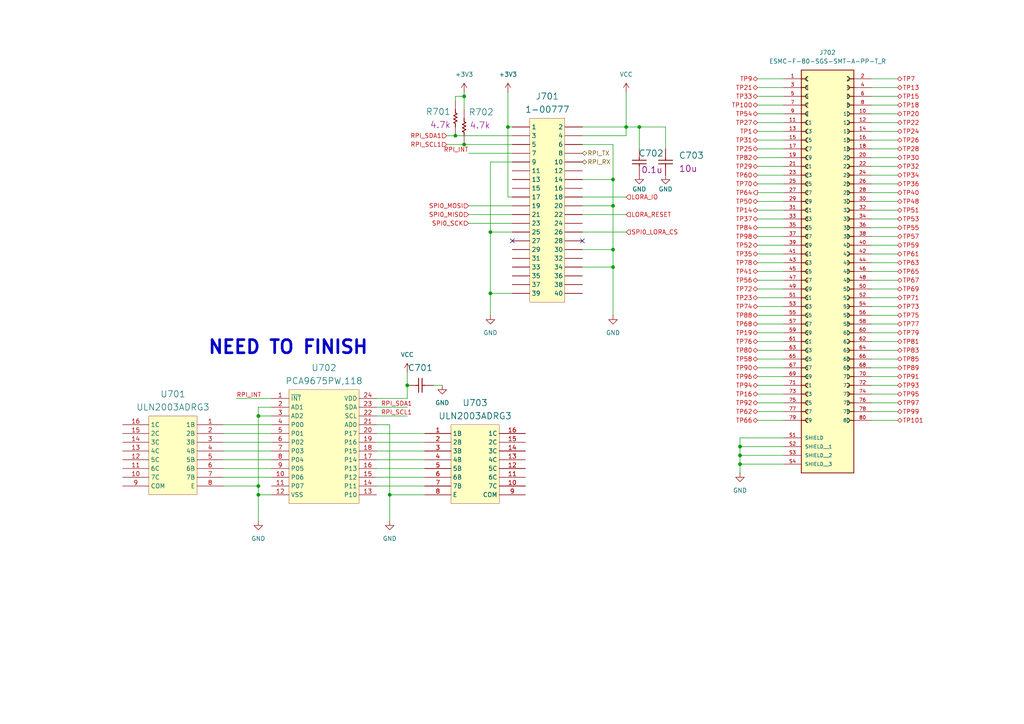
<source format=kicad_sch>
(kicad_sch (version 20231120) (generator "eeschema") (generator_version "8.0")
  (paper "A4")
  (lib_symbols
    (symbol "ESMC-F-80-SGS-SMT-A-PP-T_R:ESMC-F-80-SGS-SMT-A-PP-T_R" (pin_names (offset 1.016))
      (property "Reference" "J" (at -7.62 56.642 0))
      (property "Value" "ESMC-F-80-SGS-SMT-A-PP-T_R" (at -7.62 -63.5 0))
      (symbol "ESMC-F-80-SGS-SMT-A-PP-T_R_0_0"
        (pin passive line (at -12.7 53.34 0) (length 5.08) (name "1") (number "1"))
        (pin passive line (at 12.7 43.18 180) (length 5.08) (name "10") (number "10"))
        (pin passive line (at -12.7 40.64 0) (length 5.08) (name "11") (number "11"))
        (pin passive line (at 12.7 40.64 180) (length 5.08) (name "12") (number "12"))
        (pin passive line (at -12.7 38.1 0) (length 5.08) (name "13") (number "13"))
        (pin passive line (at 12.7 38.1 180) (length 5.08) (name "14") (number "14"))
        (pin passive line (at -12.7 35.56 0) (length 5.08) (name "15") (number "15"))
        (pin passive line (at 12.7 35.56 180) (length 5.08) (name "16") (number "16"))
        (pin passive line (at -12.7 33.02 0) (length 5.08) (name "17") (number "17"))
        (pin passive line (at 12.7 33.02 180) (length 5.08) (name "18") (number "18"))
        (pin passive line (at -12.7 30.48 0) (length 5.08) (name "19") (number "19"))
        (pin passive line (at 12.7 53.34 180) (length 5.08) (name "2") (number "2"))
        (pin passive line (at 12.7 30.48 180) (length 5.08) (name "20") (number "20"))
        (pin passive line (at -12.7 27.94 0) (length 5.08) (name "21") (number "21"))
        (pin passive line (at 12.7 27.94 180) (length 5.08) (name "22") (number "22"))
        (pin passive line (at -12.7 25.4 0) (length 5.08) (name "23") (number "23"))
        (pin passive line (at 12.7 25.4 180) (length 5.08) (name "24") (number "24"))
        (pin passive line (at -12.7 22.86 0) (length 5.08) (name "25") (number "25"))
        (pin passive line (at 12.7 22.86 180) (length 5.08) (name "26") (number "26"))
        (pin passive line (at -12.7 20.32 0) (length 5.08) (name "27") (number "27"))
        (pin passive line (at 12.7 20.32 180) (length 5.08) (name "28") (number "28"))
        (pin passive line (at -12.7 17.78 0) (length 5.08) (name "29") (number "29"))
        (pin passive line (at -12.7 50.8 0) (length 5.08) (name "3") (number "3"))
        (pin passive line (at 12.7 17.78 180) (length 5.08) (name "30") (number "30"))
        (pin passive line (at -12.7 15.24 0) (length 5.08) (name "31") (number "31"))
        (pin passive line (at 12.7 15.24 180) (length 5.08) (name "32") (number "32"))
        (pin passive line (at -12.7 12.7 0) (length 5.08) (name "33") (number "33"))
        (pin passive line (at 12.7 12.7 180) (length 5.08) (name "34") (number "34"))
        (pin passive line (at -12.7 10.16 0) (length 5.08) (name "35") (number "35"))
        (pin passive line (at 12.7 10.16 180) (length 5.08) (name "36") (number "36"))
        (pin passive line (at -12.7 7.62 0) (length 5.08) (name "37") (number "37"))
        (pin passive line (at 12.7 7.62 180) (length 5.08) (name "38") (number "38"))
        (pin passive line (at -12.7 5.08 0) (length 5.08) (name "39") (number "39"))
        (pin passive line (at 12.7 50.8 180) (length 5.08) (name "4") (number "4"))
        (pin passive line (at 12.7 5.08 180) (length 5.08) (name "40") (number "40"))
        (pin passive line (at -12.7 2.54 0) (length 5.08) (name "41") (number "41"))
        (pin passive line (at 12.7 2.54 180) (length 5.08) (name "42") (number "42"))
        (pin passive line (at -12.7 0 0) (length 5.08) (name "43") (number "43"))
        (pin passive line (at 12.7 0 180) (length 5.08) (name "44") (number "44"))
        (pin passive line (at -12.7 -2.54 0) (length 5.08) (name "45") (number "45"))
        (pin passive line (at 12.7 -2.54 180) (length 5.08) (name "46") (number "46"))
        (pin passive line (at -12.7 -5.08 0) (length 5.08) (name "47") (number "47"))
        (pin passive line (at 12.7 -5.08 180) (length 5.08) (name "48") (number "48"))
        (pin passive line (at -12.7 -7.62 0) (length 5.08) (name "49") (number "49"))
        (pin passive line (at -12.7 48.26 0) (length 5.08) (name "5") (number "5"))
        (pin passive line (at 12.7 -7.62 180) (length 5.08) (name "50") (number "50"))
        (pin passive line (at -12.7 -10.16 0) (length 5.08) (name "51") (number "51"))
        (pin passive line (at 12.7 -10.16 180) (length 5.08) (name "52") (number "52"))
        (pin passive line (at -12.7 -12.7 0) (length 5.08) (name "53") (number "53"))
        (pin passive line (at 12.7 -12.7 180) (length 5.08) (name "54") (number "54"))
        (pin passive line (at -12.7 -15.24 0) (length 5.08) (name "55") (number "55"))
        (pin passive line (at 12.7 -15.24 180) (length 5.08) (name "56") (number "56"))
        (pin passive line (at -12.7 -17.78 0) (length 5.08) (name "57") (number "57"))
        (pin passive line (at 12.7 -17.78 180) (length 5.08) (name "58") (number "58"))
        (pin passive line (at -12.7 -20.32 0) (length 5.08) (name "59") (number "59"))
        (pin passive line (at 12.7 48.26 180) (length 5.08) (name "6") (number "6"))
        (pin passive line (at 12.7 -20.32 180) (length 5.08) (name "60") (number "60"))
        (pin passive line (at -12.7 -22.86 0) (length 5.08) (name "61") (number "61"))
        (pin passive line (at 12.7 -22.86 180) (length 5.08) (name "62") (number "62"))
        (pin passive line (at -12.7 -25.4 0) (length 5.08) (name "63") (number "63"))
        (pin passive line (at 12.7 -25.4 180) (length 5.08) (name "64") (number "64"))
        (pin passive line (at -12.7 -27.94 0) (length 5.08) (name "65") (number "65"))
        (pin passive line (at 12.7 -27.94 180) (length 5.08) (name "66") (number "66"))
        (pin passive line (at -12.7 -30.48 0) (length 5.08) (name "67") (number "67"))
        (pin passive line (at 12.7 -30.48 180) (length 5.08) (name "68") (number "68"))
        (pin passive line (at -12.7 -33.02 0) (length 5.08) (name "69") (number "69"))
        (pin passive line (at -12.7 45.72 0) (length 5.08) (name "7") (number "7"))
        (pin passive line (at 12.7 -33.02 180) (length 5.08) (name "70") (number "70"))
        (pin passive line (at -12.7 -35.56 0) (length 5.08) (name "71") (number "71"))
        (pin passive line (at 12.7 -35.56 180) (length 5.08) (name "72") (number "72"))
        (pin passive line (at -12.7 -38.1 0) (length 5.08) (name "73") (number "73"))
        (pin passive line (at 12.7 -38.1 180) (length 5.08) (name "74") (number "74"))
        (pin passive line (at -12.7 -40.64 0) (length 5.08) (name "75") (number "75"))
        (pin passive line (at 12.7 -40.64 180) (length 5.08) (name "76") (number "76"))
        (pin passive line (at -12.7 -43.18 0) (length 5.08) (name "77") (number "77"))
        (pin passive line (at 12.7 -43.18 180) (length 5.08) (name "78") (number "78"))
        (pin passive line (at -12.7 -45.72 0) (length 5.08) (name "79") (number "79"))
        (pin passive line (at 12.7 45.72 180) (length 5.08) (name "8") (number "8"))
        (pin passive line (at 12.7 -45.72 180) (length 5.08) (name "80") (number "80"))
        (pin passive line (at -12.7 43.18 0) (length 5.08) (name "9") (number "9"))
        (pin passive line (at -12.7 -50.8 0) (length 5.08) (name "SHIELD") (number "S1"))
        (pin passive line (at -12.7 -53.34 0) (length 5.08) (name "SHIELD__1") (number "S2"))
        (pin passive line (at -12.7 -55.88 0) (length 5.08) (name "SHIELD__2") (number "S3"))
        (pin passive line (at -12.7 -58.42 0) (length 5.08) (name "SHIELD__3") (number "S4"))
      )
    )
    (symbol "EXACT_CAP:1-00004"
      (property "Reference" "C" (at 0 0 0))
      (property "Value" "${VALUE}" (at 5.08 0 0))
      (symbol "1-00004_1_0"
        (pin passive line (at -3.81 0 0) (length 2.54) (name "1") (number "1"))
        (pin passive line (at 3.81 0 180) (length 2.54) (name "2") (number "2"))
      )
    )
    (symbol "EXACT_CAP:1-00005"
      (property "Reference" "C" (at 0 0 0))
      (symbol "1-00005_1_0"
        (pin passive line (at -3.81 0 0) (length 2.54) (name "1") (number "1"))
        (pin passive line (at 3.81 0 180) (length 2.54) (name "2") (number "2"))
      )
    )
    (symbol "EXACT_CONN:1-00777"
      (property "Reference" "J" (at -7.62 -10.16 0))
      (property "Value" "1-00777" (at 0 -15.24 0))
      (symbol "1-00777_1_0"
        (pin passive line (at -10.16 10.16 0) (length 5.08) (name "1") (number "1"))
        (pin passive line (at 10.16 0 180) (length 5.08) (name "10") (number "10"))
        (pin passive line (at -10.16 -2.54 0) (length 5.08) (name "11") (number "11"))
        (pin passive line (at 10.16 -2.54 180) (length 5.08) (name "12") (number "12"))
        (pin passive line (at -10.16 -5.08 0) (length 5.08) (name "13") (number "13"))
        (pin passive line (at 10.16 -5.08 180) (length 5.08) (name "14") (number "14"))
        (pin passive line (at -10.16 -7.62 0) (length 5.08) (name "15") (number "15"))
        (pin passive line (at 10.16 -7.62 180) (length 5.08) (name "16") (number "16"))
        (pin passive line (at -10.16 -10.16 0) (length 5.08) (name "17") (number "17"))
        (pin passive line (at 10.16 -10.16 180) (length 5.08) (name "18") (number "18"))
        (pin passive line (at -10.16 -12.7 0) (length 5.08) (name "19") (number "19"))
        (pin passive line (at 10.16 10.16 180) (length 5.08) (name "2") (number "2"))
        (pin passive line (at 10.16 -12.7 180) (length 5.08) (name "20") (number "20"))
        (pin passive line (at -10.16 -15.24 0) (length 5.08) (name "21") (number "21"))
        (pin passive line (at 10.16 -15.24 180) (length 5.08) (name "22") (number "22"))
        (pin passive line (at -10.16 -17.78 0) (length 5.08) (name "23") (number "23"))
        (pin passive line (at 10.16 -17.78 180) (length 5.08) (name "24") (number "24"))
        (pin passive line (at -10.16 -20.32 0) (length 5.08) (name "25") (number "25"))
        (pin passive line (at 10.16 -20.32 180) (length 5.08) (name "26") (number "26"))
        (pin passive line (at -10.16 -22.86 0) (length 5.08) (name "27") (number "27"))
        (pin passive line (at 10.16 -22.86 180) (length 5.08) (name "28") (number "28"))
        (pin passive line (at -10.16 -25.4 0) (length 5.08) (name "29") (number "29"))
        (pin passive line (at -10.16 7.62 0) (length 5.08) (name "3") (number "3"))
        (pin passive line (at 10.16 -25.4 180) (length 5.08) (name "30") (number "30"))
        (pin passive line (at -10.16 -27.94 0) (length 5.08) (name "31") (number "31"))
        (pin passive line (at 10.16 -27.94 180) (length 5.08) (name "32") (number "32"))
        (pin passive line (at -10.16 -30.48 0) (length 5.08) (name "33") (number "33"))
        (pin passive line (at 10.16 -30.48 180) (length 5.08) (name "34") (number "34"))
        (pin passive line (at -10.16 -33.02 0) (length 5.08) (name "35") (number "35"))
        (pin passive line (at 10.16 -33.02 180) (length 5.08) (name "36") (number "36"))
        (pin passive line (at -10.16 -35.56 0) (length 5.08) (name "37") (number "37"))
        (pin passive line (at 10.16 -35.56 180) (length 5.08) (name "38") (number "38"))
        (pin passive line (at -10.16 -38.1 0) (length 5.08) (name "39") (number "39"))
        (pin passive line (at 10.16 7.62 180) (length 5.08) (name "4") (number "4"))
        (pin passive line (at 10.16 -38.1 180) (length 5.08) (name "40") (number "40"))
        (pin passive line (at -10.16 5.08 0) (length 5.08) (name "5") (number "5"))
        (pin passive line (at 10.16 5.08 180) (length 5.08) (name "6") (number "6"))
        (pin passive line (at -10.16 2.54 0) (length 5.08) (name "7") (number "7"))
        (pin passive line (at 10.16 2.54 180) (length 5.08) (name "8") (number "8"))
        (pin passive line (at -10.16 0 0) (length 5.08) (name "9") (number "9"))
      )
    )
    (symbol "EXACT_IC:PCA9675PW,118"
      (property "Reference" "U" (at -1.27 1.27 0))
      (property "Value" "PCA9675PW,118" (at -1.27 -3.81 0))
      (symbol "PCA9675PW,118_1_0"
        (pin passive line (at -15.24 15.24 0) (length 5.08) (name "~{INT}") (number "1"))
        (pin passive line (at -15.24 -7.62 0) (length 5.08) (name "P06") (number "10"))
        (pin passive line (at -15.24 -10.16 0) (length 5.08) (name "P07") (number "11"))
        (pin passive line (at -15.24 -12.7 0) (length 5.08) (name "VSS") (number "12"))
        (pin passive line (at 15.24 -12.7 180) (length 5.08) (name "P10") (number "13"))
        (pin passive line (at 15.24 -10.16 180) (length 5.08) (name "P11") (number "14"))
        (pin passive line (at 15.24 -7.62 180) (length 5.08) (name "P12") (number "15"))
        (pin passive line (at 15.24 -5.08 180) (length 5.08) (name "P13") (number "16"))
        (pin passive line (at 15.24 -2.54 180) (length 5.08) (name "P14") (number "17"))
        (pin passive line (at 15.24 0 180) (length 5.08) (name "P15") (number "18"))
        (pin passive line (at 15.24 2.54 180) (length 5.08) (name "P16") (number "19"))
        (pin passive line (at -15.24 12.7 0) (length 5.08) (name "AD1") (number "2"))
        (pin passive line (at 15.24 5.08 180) (length 5.08) (name "P17") (number "20"))
        (pin passive line (at 15.24 7.62 180) (length 5.08) (name "AD0") (number "21"))
        (pin passive line (at 15.24 10.16 180) (length 5.08) (name "SCL") (number "22"))
        (pin passive line (at 15.24 12.7 180) (length 5.08) (name "SDA") (number "23"))
        (pin passive line (at 15.24 15.24 180) (length 5.08) (name "VDD") (number "24"))
        (pin passive line (at -15.24 10.16 0) (length 5.08) (name "AD2") (number "3"))
        (pin passive line (at -15.24 7.62 0) (length 5.08) (name "P00") (number "4"))
        (pin passive line (at -15.24 5.08 0) (length 5.08) (name "P01") (number "5"))
        (pin passive line (at -15.24 2.54 0) (length 5.08) (name "P02") (number "6"))
        (pin passive line (at -15.24 0 0) (length 5.08) (name "P03") (number "7"))
        (pin passive line (at -15.24 -2.54 0) (length 5.08) (name "P04") (number "8"))
        (pin passive line (at -15.24 -5.08 0) (length 5.08) (name "P05") (number "9"))
      )
    )
    (symbol "EXACT_RES:1-00543"
      (property "Reference" "R" (at -10.16 0 0))
      (property "Value" "${VALUE}" (at -3.81 0 0))
      (symbol "1-00543_1_0"
        (pin passive line (at 5.08 0 180) (length 2.54) (name "1") (number "1"))
        (pin passive line (at -5.08 0 0) (length 2.54) (name "2") (number "2"))
      )
    )
    (symbol "EXACT_TR:1-00545"
      (property "Reference" "U" (at 0 22.86 0))
      (property "Value" "${MANUFACTURER PART NUMBER}" (at 0 -2.54 0))
      (symbol "1-00545_1_0"
        (pin passive line (at -7.62 20.32 0) (length 7.62) (name "1B") (number "1"))
        (pin passive line (at 21.59 5.08 180) (length 7.62) (name "7C") (number "10"))
        (pin passive line (at 21.59 7.62 180) (length 7.62) (name "6C") (number "11"))
        (pin passive line (at 21.59 10.16 180) (length 7.62) (name "5C") (number "12"))
        (pin passive line (at 21.59 12.7 180) (length 7.62) (name "4C") (number "13"))
        (pin passive line (at 21.59 15.24 180) (length 7.62) (name "3C") (number "14"))
        (pin passive line (at 21.59 17.78 180) (length 7.62) (name "2C") (number "15"))
        (pin passive line (at 21.59 20.32 180) (length 7.62) (name "1C") (number "16"))
        (pin passive line (at -7.62 17.78 0) (length 7.62) (name "2B") (number "2"))
        (pin passive line (at -7.62 15.24 0) (length 7.62) (name "3B") (number "3"))
        (pin passive line (at -7.62 12.7 0) (length 7.62) (name "4B") (number "4"))
        (pin passive line (at -7.62 10.16 0) (length 7.62) (name "5B") (number "5"))
        (pin passive line (at -7.62 7.62 0) (length 7.62) (name "6B") (number "6"))
        (pin passive line (at -7.62 5.08 0) (length 7.62) (name "7B") (number "7"))
        (pin passive line (at -7.62 2.54 0) (length 7.62) (name "E") (number "8"))
        (pin passive line (at 21.59 2.54 180) (length 7.62) (name "COM") (number "9"))
      )
    )
    (symbol "power:+3V3" (power) (pin_numbers hide) (pin_names (offset 0) hide)
      (property "Value" "+3V3" (at 0 3.556 0))
      (symbol "+3V3_1_1"
        (pin power_in line (at 0 0 90) (length 0) (name "~") (number "1"))
      )
    )
    (symbol "power:GND" (power) (pin_numbers hide) (pin_names (offset 0) hide)
      (property "Value" "GND" (at 0 -3.81 0))
      (symbol "GND_1_1"
        (pin power_in line (at 0 0 270) (length 0) (name "~") (number "1"))
      )
    )
    (symbol "power:VCC" (power) (pin_numbers hide) (pin_names (offset 0) hide)
      (property "Value" "VCC" (at 0 3.556 0))
      (symbol "VCC_1_1"
        (pin power_in line (at 0 0 90) (length 0) (name "~") (number "1"))
      )
    )
  )
  (junction (at 181.61 36.83))
  (junction (at 214.63 132.08))
  (junction (at 177.8 59.69))
  (junction (at 142.24 67.31))
  (junction (at 134.62 27.94))
  (junction (at 177.8 77.47))
  (junction (at 142.24 85.09))
  (junction (at 74.93 120.65))
  (junction (at 74.93 143.51))
  (junction (at 177.8 52.07))
  (junction (at 185.42 36.83))
  (junction (at 113.03 143.51))
  (junction (at 118.11 111.76))
  (junction (at 132.08 39.37))
  (junction (at 74.93 140.97))
  (junction (at 214.63 129.54))
  (junction (at 134.62 41.91))
  (junction (at 177.8 72.39))
  (junction (at 147.32 36.83))
  (junction (at 214.63 134.62))
  (no_connect (at 148.59 69.85))
  (no_connect (at 168.91 69.85))
  (wire (pts (xy 214.63 127) (xy 214.63 129.54)))
  (wire (pts (xy 252.73 88.9) (xy 260.35 88.9)))
  (wire (pts (xy 252.73 116.84) (xy 260.35 116.84)))
  (wire (pts (xy 148.59 59.69) (xy 135.89 59.69)))
  (wire (pts (xy 193.04 36.83) (xy 193.04 43.18)))
  (wire (pts (xy 134.62 26.67) (xy 134.62 27.94)))
  (wire (pts (xy 219.71 50.8) (xy 227.33 50.8)))
  (wire (pts (xy 168.91 72.39) (xy 177.8 72.39)))
  (wire (pts (xy 252.73 114.3) (xy 260.35 114.3)))
  (wire (pts (xy 219.71 60.96) (xy 227.33 60.96)))
  (wire (pts (xy 142.24 46.99) (xy 142.24 67.31)))
  (wire (pts (xy 219.71 63.5) (xy 227.33 63.5)))
  (wire (pts (xy 214.63 129.54) (xy 214.63 132.08)))
  (wire (pts (xy 113.03 123.19) (xy 113.03 143.51)))
  (wire (pts (xy 219.71 27.94) (xy 227.33 27.94)))
  (wire (pts (xy 109.22 118.11) (xy 118.11 118.11)))
  (wire (pts (xy 252.73 45.72) (xy 260.35 45.72)))
  (wire (pts (xy 177.8 72.39) (xy 177.8 77.47)))
  (wire (pts (xy 64.77 135.89) (xy 78.74 135.89)))
  (wire (pts (xy 219.71 25.4) (xy 227.33 25.4)))
  (wire (pts (xy 219.71 101.6) (xy 227.33 101.6)))
  (wire (pts (xy 109.22 130.81) (xy 123.19 130.81)))
  (wire (pts (xy 219.71 76.2) (xy 227.33 76.2)))
  (wire (pts (xy 134.62 31.75) (xy 134.62 27.94)))
  (wire (pts (xy 219.71 58.42) (xy 227.33 58.42)))
  (wire (pts (xy 219.71 78.74) (xy 227.33 78.74)))
  (wire (pts (xy 64.77 125.73) (xy 78.74 125.73)))
  (wire (pts (xy 252.73 58.42) (xy 260.35 58.42)))
  (wire (pts (xy 219.71 35.56) (xy 227.33 35.56)))
  (wire (pts (xy 135.89 62.23) (xy 148.59 62.23)))
  (wire (pts (xy 74.93 120.65) (xy 78.74 120.65)))
  (wire (pts (xy 74.93 143.51) (xy 74.93 151.13)))
  (wire (pts (xy 109.22 140.97) (xy 123.19 140.97)))
  (wire (pts (xy 168.91 77.47) (xy 177.8 77.47)))
  (wire (pts (xy 118.11 111.76) (xy 118.11 115.57)))
  (wire (pts (xy 168.91 62.23) (xy 181.61 62.23)))
  (wire (pts (xy 252.73 43.18) (xy 260.35 43.18)))
  (wire (pts (xy 252.73 106.68) (xy 260.35 106.68)))
  (wire (pts (xy 214.63 134.62) (xy 227.33 134.62)))
  (wire (pts (xy 168.91 59.69) (xy 177.8 59.69)))
  (wire (pts (xy 135.89 44.45) (xy 148.59 44.45)))
  (wire (pts (xy 219.71 116.84) (xy 227.33 116.84)))
  (wire (pts (xy 142.24 67.31) (xy 142.24 85.09)))
  (wire (pts (xy 252.73 111.76) (xy 260.35 111.76)))
  (wire (pts (xy 148.59 57.15) (xy 147.32 57.15)))
  (wire (pts (xy 214.63 132.08) (xy 214.63 134.62)))
  (wire (pts (xy 219.71 30.48) (xy 227.33 30.48)))
  (wire (pts (xy 219.71 40.64) (xy 227.33 40.64)))
  (wire (pts (xy 147.32 26.67) (xy 147.32 36.83)))
  (wire (pts (xy 132.08 39.37) (xy 148.59 39.37)))
  (wire (pts (xy 129.54 41.91) (xy 134.62 41.91)))
  (wire (pts (xy 74.93 143.51) (xy 78.74 143.51)))
  (wire (pts (xy 185.42 36.83) (xy 193.04 36.83)))
  (wire (pts (xy 168.91 52.07) (xy 177.8 52.07)))
  (wire (pts (xy 219.71 66.04) (xy 227.33 66.04)))
  (wire (pts (xy 252.73 81.28) (xy 260.35 81.28)))
  (wire (pts (xy 219.71 43.18) (xy 227.33 43.18)))
  (wire (pts (xy 181.61 26.67) (xy 181.61 36.83)))
  (wire (pts (xy 109.22 133.35) (xy 123.19 133.35)))
  (wire (pts (xy 219.71 33.02) (xy 227.33 33.02)))
  (wire (pts (xy 177.8 77.47) (xy 177.8 91.44)))
  (wire (pts (xy 168.91 57.15) (xy 181.61 57.15)))
  (wire (pts (xy 219.71 86.36) (xy 227.33 86.36)))
  (wire (pts (xy 134.62 41.91) (xy 148.59 41.91)))
  (wire (pts (xy 219.71 48.26) (xy 227.33 48.26)))
  (wire (pts (xy 252.73 40.64) (xy 260.35 40.64)))
  (wire (pts (xy 64.77 130.81) (xy 78.74 130.81)))
  (wire (pts (xy 181.61 36.83) (xy 185.42 36.83)))
  (wire (pts (xy 219.71 111.76) (xy 227.33 111.76)))
  (wire (pts (xy 252.73 86.36) (xy 260.35 86.36)))
  (wire (pts (xy 219.71 71.12) (xy 227.33 71.12)))
  (wire (pts (xy 219.71 88.9) (xy 227.33 88.9)))
  (wire (pts (xy 74.93 140.97) (xy 74.93 143.51)))
  (wire (pts (xy 219.71 109.22) (xy 227.33 109.22)))
  (wire (pts (xy 219.71 93.98) (xy 227.33 93.98)))
  (wire (pts (xy 118.11 115.57) (xy 109.22 115.57)))
  (wire (pts (xy 118.11 107.95) (xy 118.11 111.76)))
  (wire (pts (xy 219.71 45.72) (xy 227.33 45.72)))
  (wire (pts (xy 64.77 133.35) (xy 78.74 133.35)))
  (wire (pts (xy 148.59 46.99) (xy 142.24 46.99)))
  (wire (pts (xy 109.22 128.27) (xy 123.19 128.27)))
  (wire (pts (xy 219.71 22.86) (xy 227.33 22.86)))
  (wire (pts (xy 68.58 115.57) (xy 78.74 115.57)))
  (wire (pts (xy 168.91 39.37) (xy 181.61 39.37)))
  (wire (pts (xy 252.73 38.1) (xy 260.35 38.1)))
  (wire (pts (xy 142.24 67.31) (xy 148.59 67.31)))
  (wire (pts (xy 219.71 106.68) (xy 227.33 106.68)))
  (wire (pts (xy 113.03 123.19) (xy 109.22 123.19)))
  (wire (pts (xy 109.22 125.73) (xy 123.19 125.73)))
  (wire (pts (xy 142.24 85.09) (xy 142.24 91.44)))
  (wire (pts (xy 177.8 52.07) (xy 177.8 59.69)))
  (wire (pts (xy 219.71 83.82) (xy 227.33 83.82)))
  (wire (pts (xy 219.71 73.66) (xy 227.33 73.66)))
  (wire (pts (xy 64.77 140.97) (xy 74.93 140.97)))
  (wire (pts (xy 109.22 135.89) (xy 123.19 135.89)))
  (wire (pts (xy 214.63 127) (xy 227.33 127)))
  (wire (pts (xy 148.59 36.83) (xy 147.32 36.83)))
  (wire (pts (xy 252.73 30.48) (xy 260.35 30.48)))
  (wire (pts (xy 148.59 64.77) (xy 135.89 64.77)))
  (wire (pts (xy 185.42 36.83) (xy 185.42 43.18)))
  (wire (pts (xy 252.73 121.92) (xy 260.35 121.92)))
  (wire (pts (xy 252.73 68.58) (xy 260.35 68.58)))
  (wire (pts (xy 129.54 39.37) (xy 132.08 39.37)))
  (wire (pts (xy 219.71 121.92) (xy 227.33 121.92)))
  (wire (pts (xy 252.73 104.14) (xy 260.35 104.14)))
  (wire (pts (xy 252.73 119.38) (xy 260.35 119.38)))
  (wire (pts (xy 252.73 33.02) (xy 260.35 33.02)))
  (wire (pts (xy 74.93 118.11) (xy 74.93 120.65)))
  (wire (pts (xy 109.22 120.65) (xy 118.11 120.65)))
  (wire (pts (xy 219.71 53.34) (xy 227.33 53.34)))
  (wire (pts (xy 252.73 53.34) (xy 260.35 53.34)))
  (wire (pts (xy 252.73 93.98) (xy 260.35 93.98)))
  (wire (pts (xy 252.73 66.04) (xy 260.35 66.04)))
  (wire (pts (xy 252.73 76.2) (xy 260.35 76.2)))
  (wire (pts (xy 219.71 99.06) (xy 227.33 99.06)))
  (wire (pts (xy 252.73 48.26) (xy 260.35 48.26)))
  (wire (pts (xy 252.73 83.82) (xy 260.35 83.82)))
  (wire (pts (xy 219.71 81.28) (xy 227.33 81.28)))
  (wire (pts (xy 74.93 120.65) (xy 74.93 140.97)))
  (wire (pts (xy 252.73 63.5) (xy 260.35 63.5)))
  (wire (pts (xy 214.63 132.08) (xy 227.33 132.08)))
  (wire (pts (xy 78.74 118.11) (xy 74.93 118.11)))
  (wire (pts (xy 134.62 27.94) (xy 132.08 27.94)))
  (wire (pts (xy 219.71 96.52) (xy 227.33 96.52)))
  (wire (pts (xy 168.91 36.83) (xy 181.61 36.83)))
  (wire (pts (xy 181.61 39.37) (xy 181.61 36.83)))
  (wire (pts (xy 142.24 85.09) (xy 148.59 85.09)))
  (wire (pts (xy 252.73 101.6) (xy 260.35 101.6)))
  (wire (pts (xy 252.73 73.66) (xy 260.35 73.66)))
  (wire (pts (xy 214.63 129.54) (xy 227.33 129.54)))
  (wire (pts (xy 109.22 138.43) (xy 123.19 138.43)))
  (wire (pts (xy 113.03 143.51) (xy 123.19 143.51)))
  (wire (pts (xy 252.73 35.56) (xy 260.35 35.56)))
  (wire (pts (xy 219.71 114.3) (xy 227.33 114.3)))
  (wire (pts (xy 252.73 55.88) (xy 260.35 55.88)))
  (wire (pts (xy 252.73 50.8) (xy 260.35 50.8)))
  (wire (pts (xy 168.91 67.31) (xy 181.61 67.31)))
  (wire (pts (xy 219.71 38.1) (xy 227.33 38.1)))
  (wire (pts (xy 252.73 22.86) (xy 260.35 22.86)))
  (wire (pts (xy 113.03 143.51) (xy 113.03 151.13)))
  (wire (pts (xy 252.73 99.06) (xy 260.35 99.06)))
  (wire (pts (xy 64.77 123.19) (xy 78.74 123.19)))
  (wire (pts (xy 168.91 41.91) (xy 177.8 41.91)))
  (wire (pts (xy 219.71 91.44) (xy 227.33 91.44)))
  (wire (pts (xy 252.73 91.44) (xy 260.35 91.44)))
  (wire (pts (xy 64.77 138.43) (xy 78.74 138.43)))
  (wire (pts (xy 252.73 71.12) (xy 260.35 71.12)))
  (wire (pts (xy 214.63 134.62) (xy 214.63 137.16)))
  (wire (pts (xy 132.08 27.94) (xy 132.08 29.21)))
  (wire (pts (xy 219.71 104.14) (xy 227.33 104.14)))
  (wire (pts (xy 219.71 119.38) (xy 227.33 119.38)))
  (wire (pts (xy 177.8 41.91) (xy 177.8 52.07)))
  (wire (pts (xy 64.77 128.27) (xy 78.74 128.27)))
  (wire (pts (xy 252.73 96.52) (xy 260.35 96.52)))
  (wire (pts (xy 252.73 25.4) (xy 260.35 25.4)))
  (wire (pts (xy 125.73 111.76) (xy 128.27 111.76)))
  (wire (pts (xy 252.73 27.94) (xy 260.35 27.94)))
  (wire (pts (xy 219.71 68.58) (xy 227.33 68.58)))
  (wire (pts (xy 252.73 78.74) (xy 260.35 78.74)))
  (wire (pts (xy 177.8 59.69) (xy 177.8 72.39)))
  (wire (pts (xy 252.73 109.22) (xy 260.35 109.22)))
  (wire (pts (xy 252.73 60.96) (xy 260.35 60.96)))
  (wire (pts (xy 147.32 57.15) (xy 147.32 36.83)))
  (wire (pts (xy 219.71 55.88) (xy 227.33 55.88)))
  (text "NEED TO FINISH" (at 83.566 100.838 0) (effects (font (size 3.81 3.81) (thickness 0.762) (bold yes))))
  (label "RPI_INT" (at 68.58 115.57 0))
  (label "RPI_INT" (at 135.89 44.45 180))
  (label "RPI_SCL1" (at 110.49 120.65 0))
  (label "RPI_SDA1" (at 110.49 118.11 0))
  (hierarchical_label "TP58" (shape bidirectional) (at 219.71 104.14 180))
  (hierarchical_label "TP30" (shape bidirectional) (at 260.35 45.72 0))
  (hierarchical_label "TP31" (shape bidirectional) (at 219.71 40.64 180))
  (hierarchical_label "TP40" (shape bidirectional) (at 260.35 55.88 0))
  (hierarchical_label "TP59" (shape bidirectional) (at 260.35 71.12 0))
  (hierarchical_label "SPI0_LORA_CS" (shape input) (at 181.61 67.31 0))
  (hierarchical_label "TP65" (shape bidirectional) (at 260.35 78.74 0))
  (hierarchical_label "TP67" (shape bidirectional) (at 260.35 81.28 0))
  (hierarchical_label "TP13" (shape bidirectional) (at 260.35 25.4 0))
  (hierarchical_label "SPI0_MOSI" (shape input) (at 135.89 59.69 180))
  (hierarchical_label "TP15" (shape bidirectional) (at 260.35 27.94 0))
  (hierarchical_label "TP78" (shape bidirectional) (at 219.71 76.2 180))
  (hierarchical_label "TP19" (shape bidirectional) (at 219.71 96.52 180))
  (hierarchical_label "TP91" (shape bidirectional) (at 260.35 109.22 0))
  (hierarchical_label "TP100" (shape bidirectional) (at 219.71 30.48 180))
  (hierarchical_label "TP32" (shape bidirectional) (at 260.35 48.26 0))
  (hierarchical_label "TP98" (shape bidirectional) (at 219.71 68.58 180))
  (hierarchical_label "TP28" (shape bidirectional) (at 260.35 43.18 0))
  (hierarchical_label "TP63" (shape bidirectional) (at 260.35 76.2 0))
  (hierarchical_label "TP96" (shape bidirectional) (at 219.71 109.22 180))
  (hierarchical_label "TP24" (shape bidirectional) (at 260.35 38.1 0))
  (hierarchical_label "TP70" (shape bidirectional) (at 219.71 53.34 180))
  (hierarchical_label "TP27" (shape bidirectional) (at 219.71 35.56 180))
  (hierarchical_label "TP51" (shape bidirectional) (at 260.35 60.96 0))
  (hierarchical_label "TP64" (shape output) (at 219.71 55.88 180))
  (hierarchical_label "TP29" (shape bidirectional) (at 219.71 48.26 180))
  (hierarchical_label "TP41" (shape bidirectional) (at 219.71 78.74 180))
  (hierarchical_label "TP9" (shape bidirectional) (at 219.71 22.86 180))
  (hierarchical_label "TP99" (shape bidirectional) (at 260.35 119.38 0))
  (hierarchical_label "TP60" (shape bidirectional) (at 219.71 50.8 180))
  (hierarchical_label "TP54" (shape bidirectional) (at 219.71 33.02 180))
  (hierarchical_label "TP14" (shape bidirectional) (at 219.71 60.96 180))
  (hierarchical_label "TP62" (shape bidirectional) (at 219.71 119.38 180))
  (hierarchical_label "TP84" (shape bidirectional) (at 219.71 66.04 180))
  (hierarchical_label "TP53" (shape bidirectional) (at 260.35 63.5 0))
  (hierarchical_label "TP23" (shape bidirectional) (at 219.71 86.36 180))
  (hierarchical_label "TP33" (shape bidirectional) (at 219.71 27.94 180))
  (hierarchical_label "TP73" (shape bidirectional) (at 260.35 88.9 0))
  (hierarchical_label "TP21" (shape bidirectional) (at 219.71 25.4 180))
  (hierarchical_label "TP18" (shape bidirectional) (at 260.35 30.48 0))
  (hierarchical_label "TP79" (shape bidirectional) (at 260.35 96.52 0))
  (hierarchical_label "TP55" (shape bidirectional) (at 260.35 66.04 0))
  (hierarchical_label "TP57" (shape bidirectional) (at 260.35 68.58 0))
  (hierarchical_label "LORA_RESET" (shape input) (at 181.61 62.23 0))
  (hierarchical_label "TP97" (shape bidirectional) (at 260.35 116.84 0))
  (hierarchical_label "TP95" (shape bidirectional) (at 260.35 114.3 0))
  (hierarchical_label "TP80" (shape bidirectional) (at 219.71 101.6 180))
  (hierarchical_label "TP52" (shape bidirectional) (at 219.71 71.12 180))
  (hierarchical_label "TP69" (shape bidirectional) (at 260.35 83.82 0))
  (hierarchical_label "RPI_RX" (shape bidirectional) (at 168.91 46.99 0))
  (hierarchical_label "TP66" (shape bidirectional) (at 219.71 121.92 180))
  (hierarchical_label "TP83" (shape bidirectional) (at 260.35 101.6 0))
  (hierarchical_label "TP56" (shape bidirectional) (at 219.71 81.28 180))
  (hierarchical_label "TP22" (shape bidirectional) (at 260.35 35.56 0))
  (hierarchical_label "RPI_TX" (shape bidirectional) (at 168.91 44.45 0))
  (hierarchical_label "TP90" (shape bidirectional) (at 219.71 106.68 180))
  (hierarchical_label "TP26" (shape bidirectional) (at 260.35 40.64 0))
  (hierarchical_label "TP89" (shape bidirectional) (at 260.35 106.68 0))
  (hierarchical_label "SPI0_SCK" (shape input) (at 135.89 64.77 180))
  (hierarchical_label "TP16" (shape bidirectional) (at 219.71 114.3 180))
  (hierarchical_label "TP93" (shape bidirectional) (at 260.35 111.76 0))
  (hierarchical_label "TP77" (shape bidirectional) (at 260.35 93.98 0))
  (hierarchical_label "TP81" (shape bidirectional) (at 260.35 99.06 0))
  (hierarchical_label "TP85" (shape bidirectional) (at 260.35 104.14 0))
  (hierarchical_label "TP94" (shape bidirectional) (at 219.71 111.76 180))
  (hierarchical_label "TP37" (shape bidirectional) (at 219.71 63.5 180))
  (hierarchical_label "TP101" (shape bidirectional) (at 260.35 121.92 0))
  (hierarchical_label "TP7" (shape bidirectional) (at 260.35 22.86 0))
  (hierarchical_label "TP71" (shape bidirectional) (at 260.35 86.36 0))
  (hierarchical_label "SPI0_MISO" (shape input) (at 135.89 62.23 180))
  (hierarchical_label "RPI_SDA1" (shape input) (at 129.54 39.37 180))
  (hierarchical_label "TP61" (shape bidirectional) (at 260.35 73.66 0))
  (hierarchical_label "TP35" (shape bidirectional) (at 219.71 73.66 180))
  (hierarchical_label "TP48" (shape bidirectional) (at 260.35 58.42 0))
  (hierarchical_label "TP74" (shape bidirectional) (at 219.71 88.9 180))
  (hierarchical_label "TP34" (shape bidirectional) (at 260.35 50.8 0))
  (hierarchical_label "TP68" (shape bidirectional) (at 219.71 93.98 180))
  (hierarchical_label "TP25" (shape bidirectional) (at 219.71 43.18 180))
  (hierarchical_label "TP82" (shape bidirectional) (at 219.71 45.72 180))
  (hierarchical_label "RPI_SCL1" (shape input) (at 129.54 41.91 180))
  (hierarchical_label "TP92" (shape bidirectional) (at 219.71 116.84 180))
  (hierarchical_label "TP76" (shape bidirectional) (at 219.71 99.06 180))
  (hierarchical_label "TP36" (shape bidirectional) (at 260.35 53.34 0))
  (hierarchical_label "LORA_IO" (shape input) (at 181.61 57.15 0))
  (hierarchical_label "TP1" (shape bidirectional) (at 219.71 38.1 180))
  (hierarchical_label "TP20" (shape bidirectional) (at 260.35 33.02 0))
  (hierarchical_label "TP72" (shape bidirectional) (at 219.71 83.82 180))
  (hierarchical_label "TP50" (shape bidirectional) (at 219.71 58.42 180))
  (hierarchical_label "TP88" (shape bidirectional) (at 219.71 91.44 180))
  (hierarchical_label "TP75" (shape bidirectional) (at 260.35 91.44 0))
  (symbol (lib_id "power:VCC") (at 181.61 26.67 0) (unit 1)
    (property "Reference" "#PWR0709" (effects (hide yes)))
    (property "Value" "VCC" (at 181.61 21.59 0))
    (property "Description" "Power symbol creates a global label with name \"VCC\"" (effects (hide yes)))
  )
  (symbol (lib_id "power:GND") (at 177.8 91.44 0) (unit 1)
    (property "Reference" "#PWR0708" (effects (hide yes)))
    (property "Value" "GND" (at 177.8 96.52 0))
    (property "Description" "Power symbol creates a global label with name \"GND\" , ground" (effects (hide yes)))
  )
  (symbol (lib_id "power:GND") (at 113.03 151.13 0) (unit 1)
    (property "Reference" "#PWR0702" (effects (hide yes)))
    (property "Value" "GND" (at 113.03 156.21 0))
    (property "Description" "Power symbol creates a global label with name \"GND\" , ground" (effects (hide yes)))
  )
  (symbol (lib_id "power:GND") (at 128.27 111.76 0) (unit 1)
    (property "Reference" "#PWR0704" (effects (hide yes)))
    (property "Value" "GND" (at 128.27 116.84 0))
    (property "Description" "Power symbol creates a global label with name \"GND\" , ground" (effects (hide yes)))
  )
  (symbol (lib_id "EXACT_TR:1-00545") (at 57.15 143.51 0) (mirror y) (unit 1)
    (property "Reference" "U701" (at 50.165 114.3 0) (effects (font (size 1.8288 1.8288))))
    (property "Value" "${MANUFACTURER PART NUMBER}" (at 50.165 118.11 0) (effects (font (size 1.8288 1.8288))))
    (property "Footprint" "TR:16-SOIC" (effects (hide yes)))
    (property "Description" "IC PWR RELAY 7NPN 1:1 16SOIC" (effects (hide yes)))
    (property "Manufacturer" "Texas Instruments" (effects (hide yes)))
    (property "Manufacturer Part Number" "ULN2003ADRG3" (effects (hide yes)))
    (property "Vendor" "Digi-Key" (effects (hide yes)))
    (property "Vendor Part Number" "296-27596-1-ND" (effects (hide yes)))
    (property "Voltage" "50V" (effects (hide yes)))
    (property "Type" "7NPN" (effects (hide yes)))
    (property "PACKAGE" "16SOIC" (effects (hide yes)))
    (property "EXACT Part Number" "1-00545" (effects (hide yes)))
    (property "Current" "0.5A" (effects (hide yes)))
  )
  (symbol (lib_id "EXACT_CAP:1-00005") (at 193.04 46.99 90) (unit 1)
    (property "Reference" "C703" (at 196.85 45.0849 90) (effects (font (size 1.8288 1.8288)) (justify right)))
    (property "Value" "${VALUE}" (effects (hide yes)))
    (property "Footprint" "CAP:CAP_1206" (effects (hide yes)))
    (property "Description" "CAP CER 10UF 25V X5R 1206" (effects (hide yes)))
    (property "Vendor" "Digi-Key" (effects (hide yes)))
    (property "Vendor Part Number" "1276-1075-1-ND" (effects (hide yes)))
    (property "Manufacturer" "Samsung Electro-Mechanics" (effects (hide yes)))
    (property "Manufacturer Part Number" "CL31A106KAHNNNE" (effects (hide yes)))
    (property "ALTIUM_VALUE" "10u" (at 196.85 48.8949 90) (effects (font (size 1.8288 1.8288)) (justify right)))
    (property "EXACT Part Number" "1-00005" (effects (hide yes)))
    (property "Package" "1206" (effects (hide yes)))
    (property "Voltage" "25V" (effects (hide yes)))
    (property "Dielectric" "X5R" (effects (hide yes)))
  )
  (symbol (lib_id "power:+3V3") (at 147.32 26.67 0) (unit 1)
    (property "Reference" "#PWR0707" (effects (hide yes)))
    (property "Value" "+3V3" (at 147.32 21.59 0))
    (property "Description" "Power symbol creates a global label with name \"+3V3\"" (effects (hide yes)))
  )
  (symbol (lib_id "power:GND") (at 74.93 151.13 0) (unit 1)
    (property "Reference" "#PWR0701" (effects (hide yes)))
    (property "Value" "GND" (at 74.93 156.21 0))
    (property "Description" "Power symbol creates a global label with name \"GND\" , ground" (effects (hide yes)))
  )
  (symbol (lib_id "EXACT_CONN:1-00777") (at 158.75 46.99 0) (unit 1)
    (property "Reference" "J701" (at 158.75 27.94 0) (effects (font (size 1.8288 1.8288))))
    (property "Value" "1-00777" (at 158.75 31.75 0) (effects (font (size 1.8288 1.8288))))
    (property "Footprint" "CONN:TST-120-01-X-D" (effects (hide yes)))
    (property "Description" "CONN HEADER 40POS 2.54MM" (effects (hide yes)))
    (property "Package" "*" (effects (hide yes)))
    (property "EXACT Part Number" "1-00777" (effects (hide yes)))
  )
  (symbol (lib_id "EXACT_IC:PCA9675PW,118") (at 93.98 130.81 0) (unit 1)
    (property "Reference" "U702" (at 93.98 106.68 0) (effects (font (size 1.8288 1.8288))))
    (property "Value" "PCA9675PW,118" (at 93.98 110.49 0) (effects (font (size 1.8288 1.8288))))
    (property "Footprint" "IC:SOP65P640X110-24N" (effects (hide yes)))
    (property "Description" "IC I/O EXPANDER I2C 16B 24TSSOP" (effects (hide yes)))
    (property "Manufacturer Part Number" "PCA9675PW,118" (effects (hide yes)))
    (property "Manufacturer" "NXP" (effects (hide yes)))
    (property "EXACT Part Number" "1-00025" (effects (hide yes)))
    (property "Vendor" "Digi-Key" (effects (hide yes)))
    (property "Vendor Part Number" "568-PCA9675PW118CT-ND" (effects (hide yes)))
    (property "Package" "24TSSOP" (effects (hide yes)))
    (property "ALTIUM_VALUE" "PCA9675PW,118" (effects (hide yes)))
  )
  (symbol (lib_id "EXACT_TR:1-00545") (at 130.81 146.05 0) (unit 1)
    (property "Reference" "U703" (at 137.795 116.84 0) (effects (font (size 1.8288 1.8288))))
    (property "Value" "${MANUFACTURER PART NUMBER}" (at 137.795 120.65 0) (effects (font (size 1.8288 1.8288))))
    (property "Footprint" "TR:16-SOIC" (effects (hide yes)))
    (property "Description" "IC PWR RELAY 7NPN 1:1 16SOIC" (effects (hide yes)))
    (property "Manufacturer" "Texas Instruments" (effects (hide yes)))
    (property "Manufacturer Part Number" "ULN2003ADRG3" (effects (hide yes)))
    (property "Vendor" "Digi-Key" (effects (hide yes)))
    (property "Vendor Part Number" "296-27596-1-ND" (effects (hide yes)))
    (property "Voltage" "50V" (effects (hide yes)))
    (property "Type" "7NPN" (effects (hide yes)))
    (property "PACKAGE" "16SOIC" (effects (hide yes)))
    (property "EXACT Part Number" "1-00545" (effects (hide yes)))
    (property "Current" "0.5A" (effects (hide yes)))
  )
  (symbol (lib_id "EXACT_CAP:1-00004") (at 185.42 46.99 270) (unit 1)
    (property "Reference" "C702" (at 185.166 44.45 90) (effects (font (size 1.8288 1.8288)) (justify left)))
    (property "Value" "${VALUE}" (effects (hide yes)))
    (property "Footprint" "CAP:CAP_0603" (effects (hide yes)))
    (property "Description" "CAP CER 0.1UF 50V X7R 0603" (effects (hide yes)))
    (property "Vendor" "Digi-Key" (effects (hide yes)))
    (property "Vendor Part Number" "478-5778-1-ND" (effects (hide yes)))
    (property "Manufacturer" "AVX Corporation" (effects (hide yes)))
    (property "Manufacturer Part Number" "06035C104JAT2A" (effects (hide yes)))
    (property "ALTIUM_VALUE" "0.1u" (at 185.928 49.276 90) (effects (font (size 1.8288 1.8288)) (justify left)))
    (property "EXACT Part Number" "1-00004" (effects (hide yes)))
    (property "Package" "0603" (effects (hide yes)))
    (property "Voltage" "50V" (effects (hide yes)))
    (property "Dielectric" "X7R" (effects (hide yes)))
  )
  (symbol (lib_id "power:VCC") (at 118.11 107.95 0) (unit 1)
    (property "Reference" "#PWR0703" (effects (hide yes)))
    (property "Value" "VCC" (at 118.11 102.87 0))
    (property "Description" "Power symbol creates a global label with name \"VCC\"" (effects (hide yes)))
  )
  (symbol (lib_id "ESMC-F-80-SGS-SMT-A-PP-T_R:ESMC-F-80-SGS-SMT-A-PP-T_R") (at 240.03 76.2 0) (unit 1)
    (property "Reference" "J702" (at 240.03 15.24 0))
    (property "Value" "ESMC-F-80-SGS-SMT-A-PP-T_R" (at 240.03 17.78 0))
    (property "Footprint" "ESMC-F-80-SGS-SMT-A-PP-T_R:ADAMTECH_ESMC-F-80-SGS-SMT-A-PP-T_R" (effects (hide yes)))
    (property "PARTREV" "A" (effects (hide yes)))
    (property "SNAPEDA_PN" "ESMC-F-80-SGS-SMT-A-PP-T/R" (effects (hide yes)))
    (property "MANUFACTURER" "Adam Tech" (effects (hide yes)))
    (property "MAXIMUM_PACKAGE_HEIGHT" "6.25mm" (effects (hide yes)))
    (property "STANDARD" "Manufacturer Recommendations" (effects (hide yes)))
  )
  (symbol (lib_id "power:GND") (at 185.42 50.8 0) (unit 1)
    (property "Reference" "#PWR0710" (effects (hide yes)))
    (property "Value" "GND" (at 185.42 54.864 0))
    (property "Description" "Power symbol creates a global label with name \"GND\" , ground" (effects (hide yes)))
  )
  (symbol (lib_id "EXACT_CAP:1-00004") (at 121.92 111.76 0) (unit 1)
    (property "Reference" "C701" (at 121.92 106.68 0) (effects (font (size 1.8288 1.8288))))
    (property "Value" "${VALUE}" (effects (hide yes)))
    (property "Footprint" "CAP:CAP_0603" (effects (hide yes)))
    (property "Description" "CAP CER 0.1UF 50V X7R 0603" (effects (hide yes)))
    (property "Vendor" "Digi-Key" (effects (hide yes)))
    (property "Vendor Part Number" "478-5778-1-ND" (effects (hide yes)))
    (property "Manufacturer" "AVX Corporation" (effects (hide yes)))
    (property "Manufacturer Part Number" "06035C104JAT2A" (effects (hide yes)))
    (property "ALTIUM_VALUE" "0.1uF" (effects (hide yes)))
    (property "EXACT Part Number" "1-00004" (effects (hide yes)))
    (property "Package" "0603" (effects (hide yes)))
    (property "Voltage" "50V" (effects (hide yes)))
    (property "Dielectric" "X7R" (effects (hide yes)))
  )
  (symbol (lib_id "EXACT_RES:1-00543") (at 134.62 36.83 90) (unit 1)
    (property "Reference" "R702" (at 135.89 32.512 90) (effects (font (size 1.8288 1.8288)) (justify right)))
    (property "Value" "${VALUE}" (effects (hide yes)))
    (property "Footprint" "RES:RES_0603" (effects (hide yes)))
    (property "Description" "RES 4.7K OHM 1% 1/10W 0603" (effects (hide yes)))
    (property "Vendor" "Digi-Key" (effects (hide yes)))
    (property "Vendor Part Number" "311-4.70KHRCT-ND" (effects (hide yes)))
    (property "Manufacturer" "Yageo" (effects (hide yes)))
    (property "Manufacturer Part Number" "RC0603FR-074K7L" (effects (hide yes)))
    (property "ALTIUM_VALUE" "4.7k" (at 136.144 36.322 90) (effects (font (size 1.8288 1.8288)) (justify right)))
    (property "Tolerance" "1%" (effects (hide yes)))
    (property "EXACT Part Number" "1-00543" (effects (hide yes)))
    (property "Package" "0603" (effects (hide yes)))
  )
  (symbol (lib_id "EXACT_RES:1-00543") (at 132.08 34.29 90) (unit 1)
    (property "Reference" "R701" (at 130.81 32.3849 90) (effects (font (size 1.8288 1.8288)) (justify left)))
    (property "Value" "${VALUE}" (effects (hide yes)))
    (property "Footprint" "RES:RES_0603" (effects (hide yes)))
    (property "Description" "RES 4.7K OHM 1% 1/10W 0603" (effects (hide yes)))
    (property "Vendor" "Digi-Key" (effects (hide yes)))
    (property "Vendor Part Number" "311-4.70KHRCT-ND" (effects (hide yes)))
    (property "Manufacturer" "Yageo" (effects (hide yes)))
    (property "Manufacturer Part Number" "RC0603FR-074K7L" (effects (hide yes)))
    (property "ALTIUM_VALUE" "4.7k" (at 130.81 36.1949 90) (effects (font (size 1.8288 1.8288)) (justify left)))
    (property "Tolerance" "1%" (effects (hide yes)))
    (property "EXACT Part Number" "1-00543" (effects (hide yes)))
    (property "Package" "0603" (effects (hide yes)))
  )
  (symbol (lib_id "power:GND") (at 193.04 50.8 0) (unit 1)
    (property "Reference" "#PWR0711" (effects (hide yes)))
    (property "Value" "GND" (at 193.04 54.864 0))
    (property "Description" "Power symbol creates a global label with name \"GND\" , ground" (effects (hide yes)))
  )
  (symbol (lib_id "power:GND") (at 214.63 137.16 0) (unit 1)
    (property "Reference" "#PWR0712" (effects (hide yes)))
    (property "Value" "GND" (at 214.63 142.24 0))
    (property "Description" "Power symbol creates a global label with name \"GND\" , ground" (effects (hide yes)))
  )
  (symbol (lib_id "power:GND") (at 142.24 91.44 0) (unit 1)
    (property "Reference" "#PWR0706" (effects (hide yes)))
    (property "Value" "GND" (at 142.24 96.52 0))
    (property "Description" "Power symbol creates a global label with name \"GND\" , ground" (effects (hide yes)))
  )
  (symbol (lib_id "power:+3V3") (at 134.62 26.67 0) (unit 1)
    (property "Reference" "#PWR0705" (effects (hide yes)))
    (property "Value" "+3V3" (at 134.62 21.59 0))
    (property "Description" "Power symbol creates a global label with name \"+3V3\"" (effects (hide yes)))
  )
)
</source>
